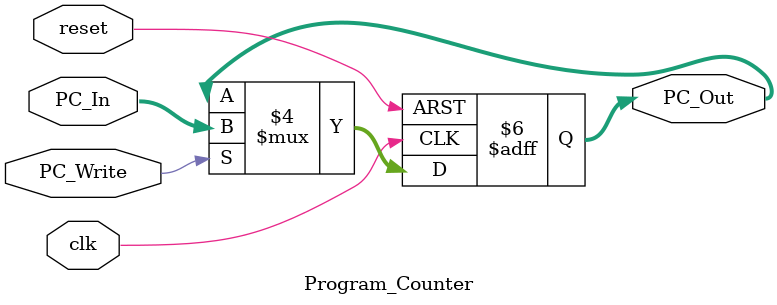
<source format=v>
module Program_Counter
(
	input clk,reset,
	input [63:0] PC_In,
	input PC_Write,
	output reg [63:0] PC_Out
);

	//initial 
	//PC_Out=64'd0;

	always @ (posedge clk or posedge reset)
	begin
		if (reset)
			PC_Out=64'd0;
	   else if (~PC_Write)
       begin
         PC_Out <= PC_Out;
       end	
		else
			PC_Out=PC_In;
	end

endmodule

</source>
